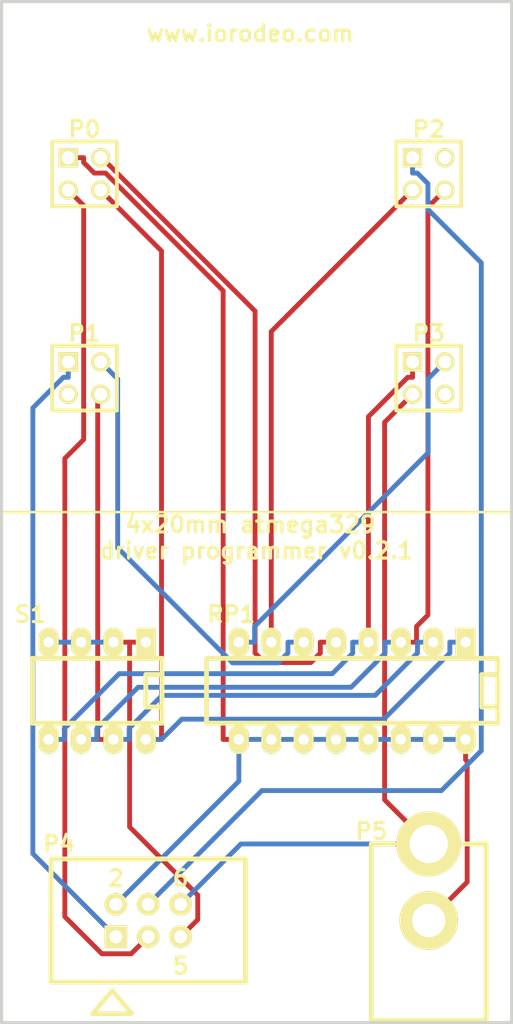
<source format=kicad_pcb>
(kicad_pcb (version 3) (host pcbnew "(2013-mar-13)-testing")

  (general
    (links 31)
    (no_connects 0)
    (area 49.874999 49.874999 90.125001 130.244321)
    (thickness 1.6)
    (drawings 7)
    (tracks 118)
    (zones 0)
    (modules 8)
    (nets 18)
  )

  (page A4)
  (layers
    (15 F.Cu signal)
    (0 B.Cu signal)
    (16 B.Adhes user)
    (17 F.Adhes user)
    (18 B.Paste user)
    (19 F.Paste user)
    (20 B.SilkS user)
    (21 F.SilkS user)
    (22 B.Mask user)
    (23 F.Mask user)
    (24 Dwgs.User user)
    (25 Cmts.User user)
    (26 Eco1.User user)
    (27 Eco2.User user)
    (28 Edge.Cuts user)
  )

  (setup
    (last_trace_width 0.381)
    (trace_clearance 0.254)
    (zone_clearance 0.508)
    (zone_45_only no)
    (trace_min 0.254)
    (segment_width 0.2)
    (edge_width 0.25)
    (via_size 0.889)
    (via_drill 0.635)
    (via_min_size 0.889)
    (via_min_drill 0.508)
    (uvia_size 0.508)
    (uvia_drill 0.127)
    (uvias_allowed no)
    (uvia_min_size 0.508)
    (uvia_min_drill 0.127)
    (pcb_text_width 0.3)
    (pcb_text_size 1.5 1.5)
    (mod_edge_width 0.15)
    (mod_text_size 1 1)
    (mod_text_width 0.15)
    (pad_size 1.5 1.5)
    (pad_drill 0.6)
    (pad_to_mask_clearance 0)
    (aux_axis_origin 0 0)
    (visible_elements FFFFFF7F)
    (pcbplotparams
      (layerselection 284196865)
      (usegerberextensions true)
      (excludeedgelayer true)
      (linewidth 0.150000)
      (plotframeref false)
      (viasonmask false)
      (mode 1)
      (useauxorigin false)
      (hpglpennumber 1)
      (hpglpenspeed 20)
      (hpglpendiameter 15)
      (hpglpenoverlay 2)
      (psnegative false)
      (psa4output false)
      (plotreference true)
      (plotvalue true)
      (plotothertext true)
      (plotinvisibletext false)
      (padsonsilk false)
      (subtractmaskfromsilk false)
      (outputformat 1)
      (mirror false)
      (drillshape 0)
      (scaleselection 1)
      (outputdirectory gerber_v0p21/))
  )

  (net 0 "")
  (net 1 +5V)
  (net 2 /CS0)
  (net 3 /CS1)
  (net 4 /CS2)
  (net 5 /CS3)
  (net 6 /MISO)
  (net 7 /MOSI)
  (net 8 /RESET)
  (net 9 /RESET_DRV0)
  (net 10 /RESET_DRV1)
  (net 11 /RESET_DRV2)
  (net 12 /RESET_DRV3)
  (net 13 /SCK)
  (net 14 GND)
  (net 15 N-0000014)
  (net 16 N-0000015)
  (net 17 N-0000016)

  (net_class Default "This is the default net class."
    (clearance 0.254)
    (trace_width 0.381)
    (via_dia 0.889)
    (via_drill 0.635)
    (uvia_dia 0.508)
    (uvia_drill 0.127)
    (add_net "")
    (add_net +5V)
    (add_net /CS0)
    (add_net /CS1)
    (add_net /CS2)
    (add_net /CS3)
    (add_net /MISO)
    (add_net /MOSI)
    (add_net /RESET)
    (add_net /RESET_DRV0)
    (add_net /RESET_DRV1)
    (add_net /RESET_DRV2)
    (add_net /RESET_DRV3)
    (add_net /SCK)
    (add_net GND)
    (add_net N-0000014)
    (add_net N-0000015)
    (add_net N-0000016)
  )

  (module PIN_ARRAY_2X2 (layer F.Cu) (tedit 53C6BDA0) (tstamp 53C6B04B)
    (at 56.5 63.5 270)
    (descr "Double rangee de contacts 2 x 2 pins")
    (tags CONN)
    (path /53C5CAE7)
    (fp_text reference P0 (at -3.5 0 360) (layer F.SilkS)
      (effects (font (size 1.27 1.27) (thickness 0.254)))
    )
    (fp_text value CONN_2X2 (at 0 3.048 270) (layer F.SilkS) hide
      (effects (font (size 1.016 1.016) (thickness 0.2032)))
    )
    (fp_line (start -2.54 -2.54) (end 2.54 -2.54) (layer F.SilkS) (width 0.3048))
    (fp_line (start 2.54 -2.54) (end 2.54 2.54) (layer F.SilkS) (width 0.3048))
    (fp_line (start 2.54 2.54) (end -2.54 2.54) (layer F.SilkS) (width 0.3048))
    (fp_line (start -2.54 2.54) (end -2.54 -2.54) (layer F.SilkS) (width 0.3048))
    (pad 1 thru_hole rect (at -1.27 1.27 270) (size 1.524 1.524) (drill 1.016)
      (layers *.Cu *.Mask F.SilkS)
      (net 1 +5V)
    )
    (pad 2 thru_hole circle (at -1.27 -1.27 270) (size 1.524 1.524) (drill 1.016)
      (layers *.Cu *.Mask F.SilkS)
      (net 2 /CS0)
    )
    (pad 3 thru_hole circle (at 1.27 1.27 270) (size 1.524 1.524) (drill 1.016)
      (layers *.Cu *.Mask F.SilkS)
      (net 13 /SCK)
    )
    (pad 4 thru_hole circle (at 1.27 -1.27 270) (size 1.524 1.524) (drill 1.016)
      (layers *.Cu *.Mask F.SilkS)
      (net 9 /RESET_DRV0)
    )
    (model pin_array/pins_array_2x2.wrl
      (at (xyz 0 0 0))
      (scale (xyz 1 1 1))
      (rotate (xyz 0 0 0))
    )
  )

  (module PIN_ARRAY_2X2 (layer F.Cu) (tedit 53C6BDB4) (tstamp 53C6B057)
    (at 56.5 79.5 270)
    (descr "Double rangee de contacts 2 x 2 pins")
    (tags CONN)
    (path /53C5CB05)
    (fp_text reference P1 (at -3.5 0 540) (layer F.SilkS)
      (effects (font (size 1.27 1.27) (thickness 0.254)))
    )
    (fp_text value CONN_2X2 (at 0 3.048 270) (layer F.SilkS) hide
      (effects (font (size 1.016 1.016) (thickness 0.2032)))
    )
    (fp_line (start -2.54 -2.54) (end 2.54 -2.54) (layer F.SilkS) (width 0.3048))
    (fp_line (start 2.54 -2.54) (end 2.54 2.54) (layer F.SilkS) (width 0.3048))
    (fp_line (start 2.54 2.54) (end -2.54 2.54) (layer F.SilkS) (width 0.3048))
    (fp_line (start -2.54 2.54) (end -2.54 -2.54) (layer F.SilkS) (width 0.3048))
    (pad 1 thru_hole rect (at -1.27 1.27 270) (size 1.524 1.524) (drill 1.016)
      (layers *.Cu *.Mask F.SilkS)
      (net 6 /MISO)
    )
    (pad 2 thru_hole circle (at -1.27 -1.27 270) (size 1.524 1.524) (drill 1.016)
      (layers *.Cu *.Mask F.SilkS)
      (net 3 /CS1)
    )
    (pad 3 thru_hole circle (at 1.27 1.27 270) (size 1.524 1.524) (drill 1.016)
      (layers *.Cu *.Mask F.SilkS)
      (net 15 N-0000014)
    )
    (pad 4 thru_hole circle (at 1.27 -1.27 270) (size 1.524 1.524) (drill 1.016)
      (layers *.Cu *.Mask F.SilkS)
      (net 10 /RESET_DRV1)
    )
    (model pin_array/pins_array_2x2.wrl
      (at (xyz 0 0 0))
      (scale (xyz 1 1 1))
      (rotate (xyz 0 0 0))
    )
  )

  (module PIN_ARRAY_2X2 (layer F.Cu) (tedit 53C6BD9C) (tstamp 53C6B063)
    (at 83.5 63.5 270)
    (descr "Double rangee de contacts 2 x 2 pins")
    (tags CONN)
    (path /53C5CAF6)
    (fp_text reference P2 (at -3.5 0 540) (layer F.SilkS)
      (effects (font (size 1.27 1.27) (thickness 0.254)))
    )
    (fp_text value CONN_2X2 (at 0 3.048 270) (layer F.SilkS) hide
      (effects (font (size 1.016 1.016) (thickness 0.2032)))
    )
    (fp_line (start -2.54 -2.54) (end 2.54 -2.54) (layer F.SilkS) (width 0.3048))
    (fp_line (start 2.54 -2.54) (end 2.54 2.54) (layer F.SilkS) (width 0.3048))
    (fp_line (start 2.54 2.54) (end -2.54 2.54) (layer F.SilkS) (width 0.3048))
    (fp_line (start -2.54 2.54) (end -2.54 -2.54) (layer F.SilkS) (width 0.3048))
    (pad 1 thru_hole rect (at -1.27 1.27 270) (size 1.524 1.524) (drill 1.016)
      (layers *.Cu *.Mask F.SilkS)
      (net 7 /MOSI)
    )
    (pad 2 thru_hole circle (at -1.27 -1.27 270) (size 1.524 1.524) (drill 1.016)
      (layers *.Cu *.Mask F.SilkS)
      (net 16 N-0000015)
    )
    (pad 3 thru_hole circle (at 1.27 1.27 270) (size 1.524 1.524) (drill 1.016)
      (layers *.Cu *.Mask F.SilkS)
      (net 4 /CS2)
    )
    (pad 4 thru_hole circle (at 1.27 -1.27 270) (size 1.524 1.524) (drill 1.016)
      (layers *.Cu *.Mask F.SilkS)
      (net 11 /RESET_DRV2)
    )
    (model pin_array/pins_array_2x2.wrl
      (at (xyz 0 0 0))
      (scale (xyz 1 1 1))
      (rotate (xyz 0 0 0))
    )
  )

  (module PIN_ARRAY_2X2 (layer F.Cu) (tedit 53C6BDCA) (tstamp 53C6B06F)
    (at 83.5 79.5 270)
    (descr "Double rangee de contacts 2 x 2 pins")
    (tags CONN)
    (path /53C5CB14)
    (fp_text reference P3 (at -3.5 0 360) (layer F.SilkS)
      (effects (font (size 1.27 1.27) (thickness 0.254)))
    )
    (fp_text value CONN_2X2 (at 0 3.048 270) (layer F.SilkS) hide
      (effects (font (size 1.016 1.016) (thickness 0.2032)))
    )
    (fp_line (start -2.54 -2.54) (end 2.54 -2.54) (layer F.SilkS) (width 0.3048))
    (fp_line (start 2.54 -2.54) (end 2.54 2.54) (layer F.SilkS) (width 0.3048))
    (fp_line (start 2.54 2.54) (end -2.54 2.54) (layer F.SilkS) (width 0.3048))
    (fp_line (start -2.54 2.54) (end -2.54 -2.54) (layer F.SilkS) (width 0.3048))
    (pad 1 thru_hole rect (at -1.27 1.27 270) (size 1.524 1.524) (drill 1.016)
      (layers *.Cu *.Mask F.SilkS)
      (net 12 /RESET_DRV3)
    )
    (pad 2 thru_hole circle (at -1.27 -1.27 270) (size 1.524 1.524) (drill 1.016)
      (layers *.Cu *.Mask F.SilkS)
      (net 5 /CS3)
    )
    (pad 3 thru_hole circle (at 1.27 1.27 270) (size 1.524 1.524) (drill 1.016)
      (layers *.Cu *.Mask F.SilkS)
      (net 14 GND)
    )
    (pad 4 thru_hole circle (at 1.27 -1.27 270) (size 1.524 1.524) (drill 1.016)
      (layers *.Cu *.Mask F.SilkS)
      (net 17 N-0000016)
    )
    (model pin_array/pins_array_2x2.wrl
      (at (xyz 0 0 0))
      (scale (xyz 1 1 1))
      (rotate (xyz 0 0 0))
    )
  )

  (module 3X2_SHRD_HEADER (layer F.Cu) (tedit 53C6BDDD) (tstamp 53C6B083)
    (at 61.5 122)
    (path /53C5CE0B)
    (fp_text reference P4 (at -7 -6) (layer F.SilkS)
      (effects (font (size 1.27 1.27) (thickness 0.254)))
    )
    (fp_text value CONN_3X2 (at 5.19938 6.2992) (layer F.SilkS) hide
      (effects (font (thickness 0.3048)))
    )
    (fp_text user 5 (at 2.54 3.556) (layer F.SilkS)
      (effects (font (size 1.27 1.27) (thickness 0.254)))
    )
    (fp_text user 6 (at 2.54 -3.302) (layer F.SilkS)
      (effects (font (size 1.27 1.27) (thickness 0.254)))
    )
    (fp_line (start -7.62 4.826) (end 7.62 4.826) (layer F.SilkS) (width 0.381))
    (fp_line (start -7.62 -4.826) (end 7.62 -4.826) (layer F.SilkS) (width 0.381))
    (fp_line (start 7.62 -4.826) (end 7.62 4.826) (layer F.SilkS) (width 0.381))
    (fp_line (start -7.62 4.826) (end -7.62 -4.826) (layer F.SilkS) (width 0.381))
    (fp_line (start -4.36118 7.29996) (end -1.3589 7.29996) (layer F.SilkS) (width 0.381))
    (fp_text user 2 (at -2.54 -3.302) (layer F.SilkS)
      (effects (font (size 1.27 1.27) (thickness 0.254)))
    )
    (fp_line (start -2.82448 5.48894) (end -4.34848 7.26694) (layer F.SilkS) (width 0.381))
    (fp_line (start -1.30048 7.2644) (end -2.82448 5.4864) (layer F.SilkS) (width 0.381))
    (pad 1 thru_hole rect (at -2.54 1.27) (size 1.778 1.778) (drill 1.016)
      (layers *.Cu *.Mask F.SilkS)
      (net 6 /MISO)
    )
    (pad 2 thru_hole circle (at -2.54 -1.27) (size 1.778 1.778) (drill 1.016)
      (layers *.Cu *.Mask F.SilkS)
      (net 1 +5V)
    )
    (pad 3 thru_hole circle (at 0 1.27) (size 1.778 1.778) (drill 1.016)
      (layers *.Cu *.Mask F.SilkS)
      (net 13 /SCK)
    )
    (pad 4 thru_hole circle (at 0 -1.27) (size 1.778 1.778) (drill 1.016)
      (layers *.Cu *.Mask F.SilkS)
      (net 7 /MOSI)
    )
    (pad 5 thru_hole circle (at 2.54 1.27) (size 1.778 1.778) (drill 1.016)
      (layers *.Cu *.Mask F.SilkS)
      (net 8 /RESET)
    )
    (pad 6 thru_hole circle (at 2.54 -1.27) (size 1.778 1.778) (drill 1.016)
      (layers *.Cu *.Mask F.SilkS)
      (net 14 GND)
    )
  )

  (module DCJACK_2PIN (layer F.Cu) (tedit 53C6BDD9) (tstamp 53C6B08F)
    (at 83.5 116 270)
    (path /53C5CBA3)
    (fp_text reference P5 (at -1 4.5 540) (layer F.SilkS)
      (effects (font (size 1.27 1.27) (thickness 0.254)))
    )
    (fp_text value CONN_2 (at 7.8994 6.79958 270) (layer F.SilkS) hide
      (effects (font (thickness 0.3048)))
    )
    (fp_line (start 0 -2.70002) (end 0 -4.50088) (layer F.SilkS) (width 0.381))
    (fp_line (start 0 -4.50088) (end 13.79982 -4.50088) (layer F.SilkS) (width 0.381))
    (fp_line (start 13.79982 -4.50088) (end 13.79982 4.39928) (layer F.SilkS) (width 0.381))
    (fp_line (start 13.79982 4.39928) (end 13.79982 4.50088) (layer F.SilkS) (width 0.381))
    (fp_line (start 13.79982 4.50088) (end 0 4.50088) (layer F.SilkS) (width 0.381))
    (fp_line (start 0 4.50088) (end 0 2.70002) (layer F.SilkS) (width 0.381))
    (pad 1 thru_hole circle (at 0 0 270) (size 5.08 5.08) (drill 2.99974)
      (layers *.Cu *.Mask F.SilkS)
      (net 14 GND)
    )
    (pad 2 thru_hole circle (at 5.99948 0 270) (size 4.59994 4.59994) (drill 2.60096)
      (layers *.Cu *.Mask F.SilkS)
      (net 1 +5V)
    )
  )

  (module DIP-16__300_ELL (layer F.Cu) (tedit 53C6BDD1) (tstamp 53C6B333)
    (at 77.5 104 180)
    (descr "16 pins DIL package, elliptical pads")
    (tags DIL)
    (path /53C6B0EF)
    (fp_text reference RP1 (at 9.5 6 180) (layer F.SilkS)
      (effects (font (size 1.27 1.27) (thickness 0.254)))
    )
    (fp_text value R_PACK8 (at 1.27 1.27 180) (layer F.SilkS) hide
      (effects (font (size 1.524 1.143) (thickness 0.28575)))
    )
    (fp_line (start -11.43 -1.27) (end -11.43 -1.27) (layer F.SilkS) (width 0.381))
    (fp_line (start -11.43 -1.27) (end -10.16 -1.27) (layer F.SilkS) (width 0.381))
    (fp_line (start -10.16 -1.27) (end -10.16 1.27) (layer F.SilkS) (width 0.381))
    (fp_line (start -10.16 1.27) (end -11.43 1.27) (layer F.SilkS) (width 0.381))
    (fp_line (start -11.43 -2.54) (end 11.43 -2.54) (layer F.SilkS) (width 0.381))
    (fp_line (start 11.43 -2.54) (end 11.43 2.54) (layer F.SilkS) (width 0.381))
    (fp_line (start 11.43 2.54) (end -11.43 2.54) (layer F.SilkS) (width 0.381))
    (fp_line (start -11.43 2.54) (end -11.43 -2.54) (layer F.SilkS) (width 0.381))
    (pad 1 thru_hole rect (at -8.89 3.81 180) (size 1.5748 2.286) (drill 0.8128)
      (layers *.Cu *.Mask F.SilkS)
      (net 9 /RESET_DRV0)
    )
    (pad 2 thru_hole oval (at -6.35 3.81 180) (size 1.5748 2.286) (drill 0.8128)
      (layers *.Cu *.Mask F.SilkS)
      (net 10 /RESET_DRV1)
    )
    (pad 3 thru_hole oval (at -3.81 3.81 180) (size 1.5748 2.286) (drill 0.8128)
      (layers *.Cu *.Mask F.SilkS)
      (net 11 /RESET_DRV2)
    )
    (pad 4 thru_hole oval (at -1.27 3.81 180) (size 1.5748 2.286) (drill 0.8128)
      (layers *.Cu *.Mask F.SilkS)
      (net 12 /RESET_DRV3)
    )
    (pad 5 thru_hole oval (at 1.27 3.81 180) (size 1.5748 2.286) (drill 0.8128)
      (layers *.Cu *.Mask F.SilkS)
      (net 2 /CS0)
    )
    (pad 6 thru_hole oval (at 3.81 3.81 180) (size 1.5748 2.286) (drill 0.8128)
      (layers *.Cu *.Mask F.SilkS)
      (net 3 /CS1)
    )
    (pad 7 thru_hole oval (at 6.35 3.81 180) (size 1.5748 2.286) (drill 0.8128)
      (layers *.Cu *.Mask F.SilkS)
      (net 4 /CS2)
    )
    (pad 8 thru_hole oval (at 8.89 3.81 180) (size 1.5748 2.286) (drill 0.8128)
      (layers *.Cu *.Mask F.SilkS)
      (net 5 /CS3)
    )
    (pad 9 thru_hole oval (at 8.89 -3.81 180) (size 1.5748 2.286) (drill 0.8128)
      (layers *.Cu *.Mask F.SilkS)
      (net 1 +5V)
    )
    (pad 10 thru_hole oval (at 6.35 -3.81 180) (size 1.5748 2.286) (drill 0.8128)
      (layers *.Cu *.Mask F.SilkS)
      (net 1 +5V)
    )
    (pad 11 thru_hole oval (at 3.81 -3.81 180) (size 1.5748 2.286) (drill 0.8128)
      (layers *.Cu *.Mask F.SilkS)
      (net 1 +5V)
    )
    (pad 12 thru_hole oval (at 1.27 -3.81 180) (size 1.5748 2.286) (drill 0.8128)
      (layers *.Cu *.Mask F.SilkS)
      (net 1 +5V)
    )
    (pad 13 thru_hole oval (at -1.27 -3.81 180) (size 1.5748 2.286) (drill 0.8128)
      (layers *.Cu *.Mask F.SilkS)
      (net 1 +5V)
    )
    (pad 14 thru_hole oval (at -3.81 -3.81 180) (size 1.5748 2.286) (drill 0.8128)
      (layers *.Cu *.Mask F.SilkS)
      (net 1 +5V)
    )
    (pad 15 thru_hole oval (at -6.35 -3.81 180) (size 1.5748 2.286) (drill 0.8128)
      (layers *.Cu *.Mask F.SilkS)
      (net 1 +5V)
    )
    (pad 16 thru_hole oval (at -8.89 -3.81 180) (size 1.5748 2.286) (drill 0.8128)
      (layers *.Cu *.Mask F.SilkS)
      (net 1 +5V)
    )
    (model dil/dil_16.wrl
      (at (xyz 0 0 0))
      (scale (xyz 1 1 1))
      (rotate (xyz 0 0 0))
    )
  )

  (module DIP-8__300_ELL (layer F.Cu) (tedit 53E16042) (tstamp 53E1607C)
    (at 57.5 104 180)
    (descr "8 pins DIL package, elliptical pads")
    (tags DIL)
    (path /53C5F128)
    (fp_text reference S1 (at 5.25 6 180) (layer F.SilkS)
      (effects (font (size 1.27 1.27) (thickness 0.254)))
    )
    (fp_text value DIP_SWITCH_4 (at 0 0 180) (layer F.SilkS) hide
      (effects (font (size 1.778 1.016) (thickness 0.254)))
    )
    (fp_line (start -5.08 -1.27) (end -3.81 -1.27) (layer F.SilkS) (width 0.381))
    (fp_line (start -3.81 -1.27) (end -3.81 1.27) (layer F.SilkS) (width 0.381))
    (fp_line (start -3.81 1.27) (end -5.08 1.27) (layer F.SilkS) (width 0.381))
    (fp_line (start -5.08 -2.54) (end 5.08 -2.54) (layer F.SilkS) (width 0.381))
    (fp_line (start 5.08 -2.54) (end 5.08 2.54) (layer F.SilkS) (width 0.381))
    (fp_line (start 5.08 2.54) (end -5.08 2.54) (layer F.SilkS) (width 0.381))
    (fp_line (start -5.08 2.54) (end -5.08 -2.54) (layer F.SilkS) (width 0.381))
    (pad 1 thru_hole rect (at -3.81 3.81 180) (size 1.5748 2.286) (drill 0.8128)
      (layers *.Cu *.Mask F.SilkS)
      (net 8 /RESET)
    )
    (pad 2 thru_hole oval (at -1.27 3.81 180) (size 1.5748 2.286) (drill 0.8128)
      (layers *.Cu *.Mask F.SilkS)
      (net 8 /RESET)
    )
    (pad 3 thru_hole oval (at 1.27 3.81 180) (size 1.5748 2.286) (drill 0.8128)
      (layers *.Cu *.Mask F.SilkS)
      (net 8 /RESET)
    )
    (pad 4 thru_hole oval (at 3.81 3.81 180) (size 1.5748 2.286) (drill 0.8128)
      (layers *.Cu *.Mask F.SilkS)
      (net 8 /RESET)
    )
    (pad 5 thru_hole oval (at 3.81 -3.81 180) (size 1.5748 2.286) (drill 0.8128)
      (layers *.Cu *.Mask F.SilkS)
      (net 12 /RESET_DRV3)
    )
    (pad 6 thru_hole oval (at 1.27 -3.81 180) (size 1.5748 2.286) (drill 0.8128)
      (layers *.Cu *.Mask F.SilkS)
      (net 11 /RESET_DRV2)
    )
    (pad 7 thru_hole oval (at -1.27 -3.81 180) (size 1.5748 2.286) (drill 0.8128)
      (layers *.Cu *.Mask F.SilkS)
      (net 10 /RESET_DRV1)
    )
    (pad 8 thru_hole oval (at -3.81 -3.81 180) (size 1.5748 2.286) (drill 0.8128)
      (layers *.Cu *.Mask F.SilkS)
      (net 9 /RESET_DRV0)
    )
    (model dil/dil_8.wrl
      (at (xyz 0 0 0))
      (scale (xyz 1 1 1))
      (rotate (xyz 0 0 0))
    )
  )

  (gr_text www.iorodeo.com (at 69.5 52.5) (layer F.SilkS)
    (effects (font (size 1.27 1.27) (thickness 0.254)))
  )
  (gr_text "4x20mm atmega329 \ndriver programmer v0.2.1" (at 70 92) (layer F.SilkS)
    (effects (font (size 1.27 1.27) (thickness 0.254)))
  )
  (gr_line (start 50 90) (end 90 90) (angle 90) (layer F.SilkS) (width 0.2))
  (gr_line (start 50 130) (end 90 130) (angle 90) (layer Edge.Cuts) (width 0.25))
  (gr_line (start 90 50) (end 90 130) (angle 90) (layer Edge.Cuts) (width 0.25))
  (gr_line (start 50 50) (end 90 50) (angle 90) (layer Edge.Cuts) (width 0.25))
  (gr_line (start 50 50) (end 50 130) (angle 90) (layer Edge.Cuts) (width 0.25))

  (segment (start 86.39 107.81) (end 83.85 107.81) (width 0.381) (layer B.Cu) (net 1))
  (segment (start 83.85 107.81) (end 81.31 107.81) (width 0.381) (layer B.Cu) (net 1))
  (segment (start 81.31 107.81) (end 78.77 107.81) (width 0.381) (layer B.Cu) (net 1))
  (segment (start 78.77 107.81) (end 76.23 107.81) (width 0.381) (layer B.Cu) (net 1))
  (segment (start 76.23 107.81) (end 73.69 107.81) (width 0.381) (layer B.Cu) (net 1))
  (segment (start 73.69 107.81) (end 71.15 107.81) (width 0.381) (layer B.Cu) (net 1))
  (segment (start 71.15 107.81) (end 68.61 107.81) (width 0.381) (layer B.Cu) (net 1))
  (segment (start 68.61 111.08) (end 58.96 120.73) (width 0.381) (layer B.Cu) (net 1))
  (segment (start 68.61 107.81) (end 68.61 111.08) (width 0.381) (layer B.Cu) (net 1))
  (segment (start 68.61 107.81) (end 67.3778 107.81) (width 0.381) (layer F.Cu) (net 1))
  (segment (start 55.23 62.23) (end 56.4368 62.23) (width 0.381) (layer F.Cu) (net 1))
  (segment (start 86.5146 118.9849) (end 83.5 121.9995) (width 0.381) (layer F.Cu) (net 1))
  (segment (start 86.5146 109.5224) (end 86.5146 118.9849) (width 0.381) (layer F.Cu) (net 1))
  (segment (start 86.39 109.3978) (end 86.5146 109.5224) (width 0.381) (layer F.Cu) (net 1))
  (segment (start 86.39 107.81) (end 86.39 109.3978) (width 0.381) (layer F.Cu) (net 1))
  (segment (start 67.3778 72.6568) (end 67.3778 107.81) (width 0.381) (layer F.Cu) (net 1))
  (segment (start 58.1578 63.4368) (end 67.3778 72.6568) (width 0.381) (layer F.Cu) (net 1))
  (segment (start 57.2664 63.4368) (end 58.1578 63.4368) (width 0.381) (layer F.Cu) (net 1))
  (segment (start 56.4368 62.6072) (end 57.2664 63.4368) (width 0.381) (layer F.Cu) (net 1))
  (segment (start 56.4368 62.23) (end 56.4368 62.6072) (width 0.381) (layer F.Cu) (net 1))
  (segment (start 57.8596 62.23) (end 57.77 62.23) (width 0.381) (layer F.Cu) (net 2))
  (segment (start 69.88 74.2504) (end 57.8596 62.23) (width 0.381) (layer F.Cu) (net 2))
  (segment (start 69.88 101.0397) (end 69.88 74.2504) (width 0.381) (layer F.Cu) (net 2))
  (segment (start 70.6277 101.7874) (end 69.88 101.0397) (width 0.381) (layer F.Cu) (net 2))
  (segment (start 74.2475 101.7874) (end 70.6277 101.7874) (width 0.381) (layer F.Cu) (net 2))
  (segment (start 74.9978 101.0371) (end 74.2475 101.7874) (width 0.381) (layer F.Cu) (net 2))
  (segment (start 74.9978 100.19) (end 74.9978 101.0371) (width 0.381) (layer F.Cu) (net 2))
  (segment (start 76.23 100.19) (end 74.9978 100.19) (width 0.381) (layer F.Cu) (net 2))
  (segment (start 59.1031 79.5631) (end 57.77 78.23) (width 0.381) (layer B.Cu) (net 3))
  (segment (start 59.1031 92.7968) (end 59.1031 79.5631) (width 0.381) (layer B.Cu) (net 3))
  (segment (start 68.1182 101.8119) (end 59.1031 92.7968) (width 0.381) (layer B.Cu) (net 3))
  (segment (start 71.683 101.8119) (end 68.1182 101.8119) (width 0.381) (layer B.Cu) (net 3))
  (segment (start 72.4578 101.0371) (end 71.683 101.8119) (width 0.381) (layer B.Cu) (net 3))
  (segment (start 72.4578 100.19) (end 72.4578 101.0371) (width 0.381) (layer B.Cu) (net 3))
  (segment (start 73.69 100.19) (end 72.4578 100.19) (width 0.381) (layer B.Cu) (net 3))
  (segment (start 71.15 75.85) (end 82.23 64.77) (width 0.381) (layer F.Cu) (net 4))
  (segment (start 71.15 100.19) (end 71.15 75.85) (width 0.381) (layer F.Cu) (net 4))
  (segment (start 68.61 100.19) (end 69.8422 100.19) (width 0.381) (layer B.Cu) (net 5))
  (segment (start 69.8422 98.9578) (end 69.8422 100.19) (width 0.381) (layer B.Cu) (net 5))
  (segment (start 83.4574 85.3426) (end 69.8422 98.9578) (width 0.381) (layer B.Cu) (net 5))
  (segment (start 83.4574 79.5426) (end 83.4574 85.3426) (width 0.381) (layer B.Cu) (net 5))
  (segment (start 84.77 78.23) (end 83.4574 79.5426) (width 0.381) (layer B.Cu) (net 5))
  (segment (start 54.8529 79.4368) (end 55.23 79.4368) (width 0.381) (layer B.Cu) (net 6))
  (segment (start 52.4535 81.8362) (end 54.8529 79.4368) (width 0.381) (layer B.Cu) (net 6))
  (segment (start 52.4535 116.7635) (end 52.4535 81.8362) (width 0.381) (layer B.Cu) (net 6))
  (segment (start 58.96 123.27) (end 52.4535 116.7635) (width 0.381) (layer B.Cu) (net 6))
  (segment (start 55.23 78.23) (end 55.23 79.4368) (width 0.381) (layer B.Cu) (net 6))
  (segment (start 82.6072 63.4368) (end 82.23 63.4368) (width 0.381) (layer B.Cu) (net 7))
  (segment (start 83.4368 64.2664) (end 82.6072 63.4368) (width 0.381) (layer B.Cu) (net 7))
  (segment (start 83.4368 66.2819) (end 83.4368 64.2664) (width 0.381) (layer B.Cu) (net 7))
  (segment (start 87.6223 70.4674) (end 83.4368 66.2819) (width 0.381) (layer B.Cu) (net 7))
  (segment (start 87.6223 108.6934) (end 87.6223 70.4674) (width 0.381) (layer B.Cu) (net 7))
  (segment (start 84.4988 111.8169) (end 87.6223 108.6934) (width 0.381) (layer B.Cu) (net 7))
  (segment (start 70.4131 111.8169) (end 84.4988 111.8169) (width 0.381) (layer B.Cu) (net 7))
  (segment (start 61.5 120.73) (end 70.4131 111.8169) (width 0.381) (layer B.Cu) (net 7))
  (segment (start 82.23 62.23) (end 82.23 63.4368) (width 0.381) (layer B.Cu) (net 7))
  (segment (start 53.69 100.19) (end 56.23 100.19) (width 0.381) (layer B.Cu) (net 8))
  (segment (start 56.23 100.19) (end 58.77 100.19) (width 0.381) (layer B.Cu) (net 8))
  (segment (start 58.77 100.19) (end 60.04 100.19) (width 0.381) (layer F.Cu) (net 8))
  (segment (start 60.04 100.19) (end 61.31 100.19) (width 0.381) (layer F.Cu) (net 8))
  (segment (start 65.3834 121.9266) (end 64.04 123.27) (width 0.381) (layer F.Cu) (net 8))
  (segment (start 65.3834 120.0059) (end 65.3834 121.9266) (width 0.381) (layer F.Cu) (net 8))
  (segment (start 60.04 114.6625) (end 65.3834 120.0059) (width 0.381) (layer F.Cu) (net 8))
  (segment (start 60.04 100.19) (end 60.04 114.6625) (width 0.381) (layer F.Cu) (net 8))
  (segment (start 62.5422 69.5422) (end 57.77 64.77) (width 0.381) (layer F.Cu) (net 9))
  (segment (start 62.5422 107.81) (end 62.5422 69.5422) (width 0.381) (layer F.Cu) (net 9))
  (segment (start 61.31 107.81) (end 62.5422 107.81) (width 0.381) (layer F.Cu) (net 9))
  (segment (start 85.1578 101.0371) (end 85.1578 100.19) (width 0.381) (layer B.Cu) (net 9))
  (segment (start 79.9728 106.2221) (end 85.1578 101.0371) (width 0.381) (layer B.Cu) (net 9))
  (segment (start 64.1301 106.2221) (end 79.9728 106.2221) (width 0.381) (layer B.Cu) (net 9))
  (segment (start 62.5422 107.81) (end 64.1301 106.2221) (width 0.381) (layer B.Cu) (net 9))
  (segment (start 61.31 107.81) (end 62.5422 107.81) (width 0.381) (layer B.Cu) (net 9))
  (segment (start 86.39 100.19) (end 85.1578 100.19) (width 0.381) (layer B.Cu) (net 9))
  (segment (start 57.5378 81.0022) (end 57.77 80.77) (width 0.381) (layer F.Cu) (net 10))
  (segment (start 57.5378 107.81) (end 57.5378 81.0022) (width 0.381) (layer F.Cu) (net 10))
  (segment (start 58.77 107.81) (end 57.5378 107.81) (width 0.381) (layer F.Cu) (net 10))
  (segment (start 83.85 100.19) (end 82.6178 100.19) (width 0.381) (layer B.Cu) (net 10))
  (segment (start 58.77 107.81) (end 60.0022 107.81) (width 0.381) (layer B.Cu) (net 10))
  (segment (start 82.6178 101.0371) (end 82.6178 100.19) (width 0.381) (layer B.Cu) (net 10))
  (segment (start 79.295 104.3599) (end 82.6178 101.0371) (width 0.381) (layer B.Cu) (net 10))
  (segment (start 62.5861 104.3599) (end 79.295 104.3599) (width 0.381) (layer B.Cu) (net 10))
  (segment (start 60.0022 106.9438) (end 62.5861 104.3599) (width 0.381) (layer B.Cu) (net 10))
  (segment (start 60.0022 107.81) (end 60.0022 106.9438) (width 0.381) (layer B.Cu) (net 10))
  (segment (start 56.23 107.81) (end 57.4622 107.81) (width 0.381) (layer B.Cu) (net 11))
  (segment (start 81.31 100.19) (end 80.0778 100.19) (width 0.381) (layer B.Cu) (net 11))
  (segment (start 80.0778 101.0562) (end 80.0778 100.19) (width 0.381) (layer B.Cu) (net 11))
  (segment (start 77.4094 103.7246) (end 80.0778 101.0562) (width 0.381) (layer B.Cu) (net 11))
  (segment (start 60.7005 103.7246) (end 77.4094 103.7246) (width 0.381) (layer B.Cu) (net 11))
  (segment (start 57.4622 106.9629) (end 60.7005 103.7246) (width 0.381) (layer B.Cu) (net 11))
  (segment (start 57.4622 107.81) (end 57.4622 106.9629) (width 0.381) (layer B.Cu) (net 11))
  (segment (start 83.4369 66.1031) (end 84.77 64.77) (width 0.381) (layer F.Cu) (net 11))
  (segment (start 83.4369 98.0631) (end 83.4369 66.1031) (width 0.381) (layer F.Cu) (net 11))
  (segment (start 82.5422 98.9578) (end 83.4369 98.0631) (width 0.381) (layer F.Cu) (net 11))
  (segment (start 82.5422 100.19) (end 82.5422 98.9578) (width 0.381) (layer F.Cu) (net 11))
  (segment (start 81.31 100.19) (end 82.5422 100.19) (width 0.381) (layer F.Cu) (net 11))
  (segment (start 81.8529 79.4368) (end 82.23 79.4368) (width 0.381) (layer F.Cu) (net 12))
  (segment (start 78.77 82.5197) (end 81.8529 79.4368) (width 0.381) (layer F.Cu) (net 12))
  (segment (start 78.77 100.19) (end 78.77 82.5197) (width 0.381) (layer F.Cu) (net 12))
  (segment (start 82.23 78.23) (end 82.23 79.4368) (width 0.381) (layer F.Cu) (net 12))
  (segment (start 77.5378 101.0562) (end 77.5378 100.19) (width 0.381) (layer B.Cu) (net 12))
  (segment (start 75.9358 102.6582) (end 77.5378 101.0562) (width 0.381) (layer B.Cu) (net 12))
  (segment (start 59.2269 102.6582) (end 75.9358 102.6582) (width 0.381) (layer B.Cu) (net 12))
  (segment (start 54.9222 106.9629) (end 59.2269 102.6582) (width 0.381) (layer B.Cu) (net 12))
  (segment (start 54.9222 107.81) (end 54.9222 106.9629) (width 0.381) (layer B.Cu) (net 12))
  (segment (start 53.69 107.81) (end 54.9222 107.81) (width 0.381) (layer B.Cu) (net 12))
  (segment (start 78.77 100.19) (end 77.5378 100.19) (width 0.381) (layer B.Cu) (net 12))
  (segment (start 56.4369 65.9769) (end 55.23 64.77) (width 0.381) (layer F.Cu) (net 13))
  (segment (start 56.4369 84.3138) (end 56.4369 65.9769) (width 0.381) (layer F.Cu) (net 13))
  (segment (start 54.96 85.7907) (end 56.4369 84.3138) (width 0.381) (layer F.Cu) (net 13))
  (segment (start 54.96 121.6997) (end 54.96 85.7907) (width 0.381) (layer F.Cu) (net 13))
  (segment (start 57.8642 124.6039) (end 54.96 121.6997) (width 0.381) (layer F.Cu) (net 13))
  (segment (start 60.1661 124.6039) (end 57.8642 124.6039) (width 0.381) (layer F.Cu) (net 13))
  (segment (start 61.5 123.27) (end 60.1661 124.6039) (width 0.381) (layer F.Cu) (net 13))
  (segment (start 80.04 82.96) (end 82.23 80.77) (width 0.381) (layer F.Cu) (net 14))
  (segment (start 80.04 112.54) (end 80.04 82.96) (width 0.381) (layer F.Cu) (net 14))
  (segment (start 83.5 116) (end 80.04 112.54) (width 0.381) (layer F.Cu) (net 14))
  (segment (start 68.77 116) (end 83.5 116) (width 0.381) (layer B.Cu) (net 14))
  (segment (start 64.04 120.73) (end 68.77 116) (width 0.381) (layer B.Cu) (net 14))

)

</source>
